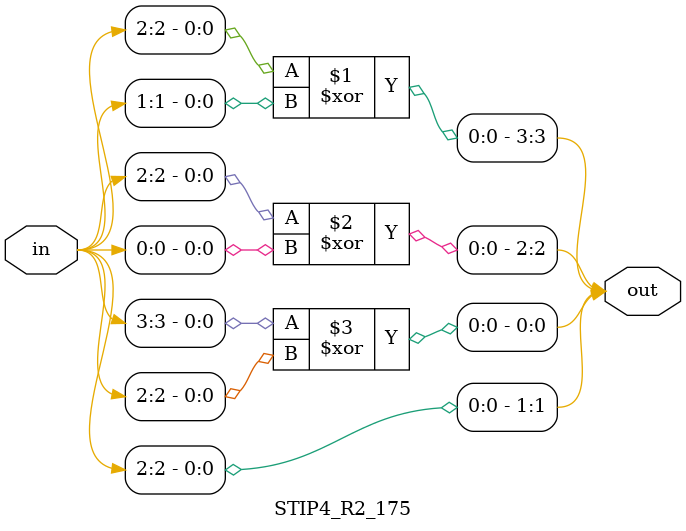
<source format=v>
module  STIP4_R2_175(in,out);
input[3:0] in;
output[3:0] out;
wire[3:0] out;
assign out[3]=in[2]^in[1];
assign out[2]=in[2]^in[0];
assign out[1]=in[2];
assign out[0]=in[3]^in[2];
endmodule

</source>
